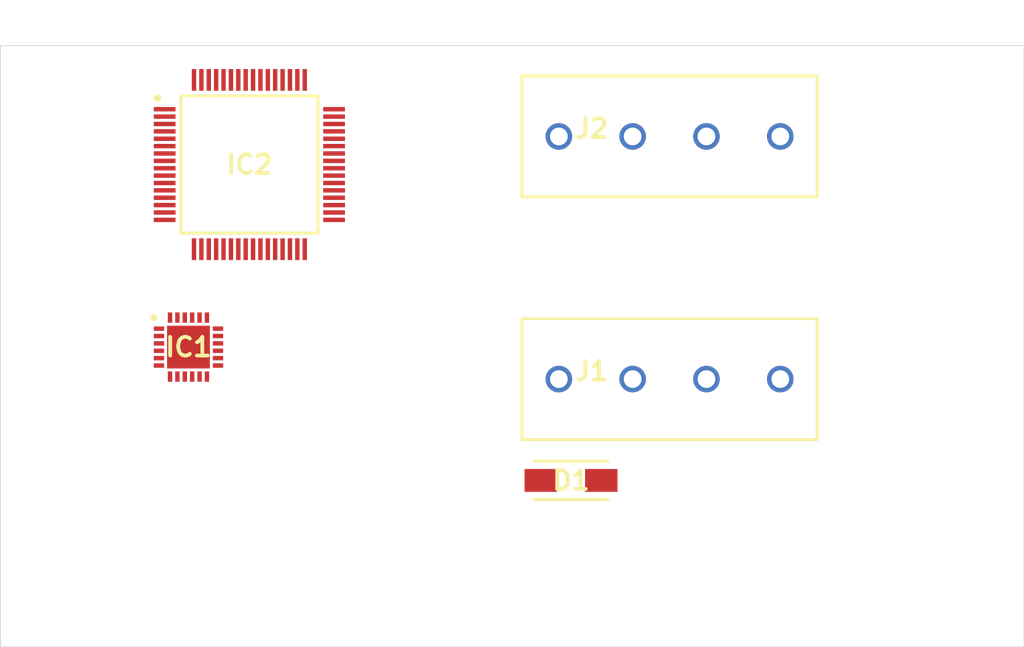
<source format=kicad_pcb>
(kicad_pcb (version 20240108) (generator "pcbnew") (generator_version "8.0")
  (layers (0 "F.Cu" signal) (31 "B.Cu" signal) (34 "B.Paste" user) (35 "F.Paste" user) (36 "B.SilkS" user "B.Silkscreen") (37 "F.SilkS" user "F.Silkscreen") (38 "B.Mask" user) (39 "F.Mask" user) (44 "Edge.Cuts" user))
  (net 0 "")
  (footprint "footprints:3-282836-2" (layer "F.Cu") (at 117.721 33.097)
    (property "Reference" "J2" (at -13.27033 8.46667 0) (layer "F.SilkS") (effects (font (size 1.27 1.27) (thickness 0.254))))
    (property "Value" "Sensor-Klemme" (hide yes))
    (fp_line (start -18 4.9) (end 2 4.9) (stroke (width 0.2)) (layer "F.SilkS"))
    (fp_line (start -18 13.1) (end -18 4.9) (stroke (width 0.2)) (layer "F.SilkS"))
    (fp_line (start 2 4.9) (end 2 13.1) (stroke (width 0.2)) (layer "F.SilkS"))
    (fp_line (start 2 13.1) (end -18 13.1) (stroke (width 0.2)) (layer "F.SilkS"))
    (pad "1" thru_hole circle (at -15.5 9) (size 1.8 1.8) (drill 1.2) (layers "*.Cu" "*.Mask"))
    (pad "2" thru_hole circle (at -10.5 9) (size 1.8 1.8) (drill 1.2) (layers "*.Cu" "*.Mask"))
    (pad "3" thru_hole circle (at -5.5 9) (size 1.8 1.8) (drill 1.2) (layers "*.Cu" "*.Mask"))
    (pad "4" thru_hole circle (at -0.5 9) (size 1.8 1.8) (drill 1.2) (layers "*.Cu" "*.Mask"))
  )
  (footprint "footprints:QFN50P400X400X100-25N-D" (layer "F.Cu") (at 77.132 56.377)
    (property "Reference" "IC1" (at 0 0 0) (layer "F.SilkS") (effects (font (size 1.27 1.27) (thickness 0.254))))
    (property "Value" "STKNXTR" (hide yes))
    (fp_circle (center -2.35 -2) (end -2.35 -1.875) (stroke (width 0.25)) (fill none) (layer "F.SilkS"))
    (pad "1" smd rect (at -2 -1.25 90) (size 0.3 0.7) (layers "F.Cu" "F.Paste" "F.Mask"))
    (pad "2" smd rect (at -2 -0.75 90) (size 0.3 0.7) (layers "F.Cu" "F.Paste" "F.Mask"))
    (pad "3" smd rect (at -2 -0.25 90) (size 0.3 0.7) (layers "F.Cu" "F.Paste" "F.Mask"))
    (pad "4" smd rect (at -2 0.25 90) (size 0.3 0.7) (layers "F.Cu" "F.Paste" "F.Mask"))
    (pad "5" smd rect (at -2 0.75 90) (size 0.3 0.7) (layers "F.Cu" "F.Paste" "F.Mask"))
    (pad "6" smd rect (at -2 1.25 90) (size 0.3 0.7) (layers "F.Cu" "F.Paste" "F.Mask"))
    (pad "7" smd rect (at -1.25 2) (size 0.3 0.7) (layers "F.Cu" "F.Paste" "F.Mask"))
    (pad "8" smd rect (at -0.75 2) (size 0.3 0.7) (layers "F.Cu" "F.Paste" "F.Mask"))
    (pad "9" smd rect (at -0.25 2) (size 0.3 0.7) (layers "F.Cu" "F.Paste" "F.Mask"))
    (pad "10" smd rect (at 0.25 2) (size 0.3 0.7) (layers "F.Cu" "F.Paste" "F.Mask"))
    (pad "11" smd rect (at 0.75 2) (size 0.3 0.7) (layers "F.Cu" "F.Paste" "F.Mask"))
    (pad "12" smd rect (at 1.25 2) (size 0.3 0.7) (layers "F.Cu" "F.Paste" "F.Mask"))
    (pad "13" smd rect (at 2 1.25 90) (size 0.3 0.7) (layers "F.Cu" "F.Paste" "F.Mask"))
    (pad "14" smd rect (at 2 0.75 90) (size 0.3 0.7) (layers "F.Cu" "F.Paste" "F.Mask"))
    (pad "15" smd rect (at 2 0.25 90) (size 0.3 0.7) (layers "F.Cu" "F.Paste" "F.Mask"))
    (pad "16" smd rect (at 2 -0.25 90) (size 0.3 0.7) (layers "F.Cu" "F.Paste" "F.Mask"))
    (pad "17" smd rect (at 2 -0.75 90) (size 0.3 0.7) (layers "F.Cu" "F.Paste" "F.Mask"))
    (pad "18" smd rect (at 2 -1.25 90) (size 0.3 0.7) (layers "F.Cu" "F.Paste" "F.Mask"))
    (pad "19" smd rect (at 1.25 -2) (size 0.3 0.7) (layers "F.Cu" "F.Paste" "F.Mask"))
    (pad "20" smd rect (at 0.75 -2) (size 0.3 0.7) (layers "F.Cu" "F.Paste" "F.Mask"))
    (pad "21" smd rect (at 0.25 -2) (size 0.3 0.7) (layers "F.Cu" "F.Paste" "F.Mask"))
    (pad "22" smd rect (at -0.25 -2) (size 0.3 0.7) (layers "F.Cu" "F.Paste" "F.Mask"))
    (pad "23" smd rect (at -0.75 -2) (size 0.3 0.7) (layers "F.Cu" "F.Paste" "F.Mask"))
    (pad "24" smd rect (at -1.25 -2) (size 0.3 0.7) (layers "F.Cu" "F.Paste" "F.Mask"))
    (pad "25" smd rect (at 0 0) (size 2.9 2.9) (layers "F.Cu" "F.Paste" "F.Mask"))
  )
  (footprint "footprints:3-282836-2" (layer "F.Cu") (at 117.721 49.547)
    (property "Reference" "J1" (at -13.27033 8.46667 0) (layer "F.SilkS") (effects (font (size 1.27 1.27) (thickness 0.254))))
    (property "Value" "KNX-Klemme" (hide yes))
    (fp_line (start -18 4.9) (end 2 4.9) (stroke (width 0.2)) (layer "F.SilkS"))
    (fp_line (start -18 13.1) (end -18 4.9) (stroke (width 0.2)) (layer "F.SilkS"))
    (fp_line (start 2 4.9) (end 2 13.1) (stroke (width 0.2)) (layer "F.SilkS"))
    (fp_line (start 2 13.1) (end -18 13.1) (stroke (width 0.2)) (layer "F.SilkS"))
    (pad "1" thru_hole circle (at -15.5 9) (size 1.8 1.8) (drill 1.2) (layers "*.Cu" "*.Mask"))
    (pad "2" thru_hole circle (at -10.5 9) (size 1.8 1.8) (drill 1.2) (layers "*.Cu" "*.Mask"))
    (pad "3" thru_hole circle (at -5.5 9) (size 1.8 1.8) (drill 1.2) (layers "*.Cu" "*.Mask"))
    (pad "4" thru_hole circle (at -0.5 9) (size 1.8 1.8) (drill 1.2) (layers "*.Cu" "*.Mask"))
  )
  (footprint "footprints:QFP50P1200X1200X120-64N" (layer "F.Cu") (at 81.257 44.002)
    (property "Reference" "IC2" (at 0 0 0) (layer "F.SilkS") (effects (font (size 1.27 1.27) (thickness 0.254))))
    (property "Value" "PIC32MX330F064H-I_PT" (hide yes))
    (fp_line (start -4.65 -4.65) (end 4.65 -4.65) (stroke (width 0.2)) (layer "F.SilkS"))
    (fp_line (start -4.65 4.65) (end -4.65 -4.65) (stroke (width 0.2)) (layer "F.SilkS"))
    (fp_line (start 4.65 -4.65) (end 4.65 4.65) (stroke (width 0.2)) (layer "F.SilkS"))
    (fp_line (start 4.65 4.65) (end -4.65 4.65) (stroke (width 0.2)) (layer "F.SilkS"))
    (fp_circle (center -6.225 -4.5) (end -6.225 -4.375) (stroke (width 0.25)) (fill none) (layer "F.SilkS"))
    (pad "1" smd rect (at -5.738 -3.75 90) (size 0.3 1.475) (layers "F.Cu" "F.Paste" "F.Mask"))
    (pad "2" smd rect (at -5.738 -3.25 90) (size 0.3 1.475) (layers "F.Cu" "F.Paste" "F.Mask"))
    (pad "3" smd rect (at -5.738 -2.75 90) (size 0.3 1.475) (layers "F.Cu" "F.Paste" "F.Mask"))
    (pad "4" smd rect (at -5.738 -2.25 90) (size 0.3 1.475) (layers "F.Cu" "F.Paste" "F.Mask"))
    (pad "5" smd rect (at -5.738 -1.75 90) (size 0.3 1.475) (layers "F.Cu" "F.Paste" "F.Mask"))
    (pad "6" smd rect (at -5.738 -1.25 90) (size 0.3 1.475) (layers "F.Cu" "F.Paste" "F.Mask"))
    (pad "7" smd rect (at -5.738 -0.75 90) (size 0.3 1.475) (layers "F.Cu" "F.Paste" "F.Mask"))
    (pad "8" smd rect (at -5.738 -0.25 90) (size 0.3 1.475) (layers "F.Cu" "F.Paste" "F.Mask"))
    (pad "9" smd rect (at -5.738 0.25 90) (size 0.3 1.475) (layers "F.Cu" "F.Paste" "F.Mask"))
    (pad "10" smd rect (at -5.738 0.75 90) (size 0.3 1.475) (layers "F.Cu" "F.Paste" "F.Mask"))
    (pad "11" smd rect (at -5.738 1.25 90) (size 0.3 1.475) (layers "F.Cu" "F.Paste" "F.Mask"))
    (pad "12" smd rect (at -5.738 1.75 90) (size 0.3 1.475) (layers "F.Cu" "F.Paste" "F.Mask"))
    (pad "13" smd rect (at -5.738 2.25 90) (size 0.3 1.475) (layers "F.Cu" "F.Paste" "F.Mask"))
    (pad "14" smd rect (at -5.738 2.75 90) (size 0.3 1.475) (layers "F.Cu" "F.Paste" "F.Mask"))
    (pad "15" smd rect (at -5.738 3.25 90) (size 0.3 1.475) (layers "F.Cu" "F.Paste" "F.Mask"))
    (pad "16" smd rect (at -5.738 3.75 90) (size 0.3 1.475) (layers "F.Cu" "F.Paste" "F.Mask"))
    (pad "17" smd rect (at -3.75 5.738) (size 0.3 1.475) (layers "F.Cu" "F.Paste" "F.Mask"))
    (pad "18" smd rect (at -3.25 5.738) (size 0.3 1.475) (layers "F.Cu" "F.Paste" "F.Mask"))
    (pad "19" smd rect (at -2.75 5.738) (size 0.3 1.475) (layers "F.Cu" "F.Paste" "F.Mask"))
    (pad "20" smd rect (at -2.25 5.738) (size 0.3 1.475) (layers "F.Cu" "F.Paste" "F.Mask"))
    (pad "21" smd rect (at -1.75 5.738) (size 0.3 1.475) (layers "F.Cu" "F.Paste" "F.Mask"))
    (pad "22" smd rect (at -1.25 5.738) (size 0.3 1.475) (layers "F.Cu" "F.Paste" "F.Mask"))
    (pad "23" smd rect (at -0.75 5.738) (size 0.3 1.475) (layers "F.Cu" "F.Paste" "F.Mask"))
    (pad "24" smd rect (at -0.25 5.738) (size 0.3 1.475) (layers "F.Cu" "F.Paste" "F.Mask"))
    (pad "25" smd rect (at 0.25 5.738) (size 0.3 1.475) (layers "F.Cu" "F.Paste" "F.Mask"))
    (pad "26" smd rect (at 0.75 5.738) (size 0.3 1.475) (layers "F.Cu" "F.Paste" "F.Mask"))
    (pad "27" smd rect (at 1.25 5.738) (size 0.3 1.475) (layers "F.Cu" "F.Paste" "F.Mask"))
    (pad "28" smd rect (at 1.75 5.738) (size 0.3 1.475) (layers "F.Cu" "F.Paste" "F.Mask"))
    (pad "29" smd rect (at 2.25 5.738) (size 0.3 1.475) (layers "F.Cu" "F.Paste" "F.Mask"))
    (pad "30" smd rect (at 2.75 5.738) (size 0.3 1.475) (layers "F.Cu" "F.Paste" "F.Mask"))
    (pad "31" smd rect (at 3.25 5.738) (size 0.3 1.475) (layers "F.Cu" "F.Paste" "F.Mask"))
    (pad "32" smd rect (at 3.75 5.738) (size 0.3 1.475) (layers "F.Cu" "F.Paste" "F.Mask"))
    (pad "33" smd rect (at 5.738 3.75 90) (size 0.3 1.475) (layers "F.Cu" "F.Paste" "F.Mask"))
    (pad "34" smd rect (at 5.738 3.25 90) (size 0.3 1.475) (layers "F.Cu" "F.Paste" "F.Mask"))
    (pad "35" smd rect (at 5.738 2.75 90) (size 0.3 1.475) (layers "F.Cu" "F.Paste" "F.Mask"))
    (pad "36" smd rect (at 5.738 2.25 90) (size 0.3 1.475) (layers "F.Cu" "F.Paste" "F.Mask"))
    (pad "37" smd rect (at 5.738 1.75 90) (size 0.3 1.475) (layers "F.Cu" "F.Paste" "F.Mask"))
    (pad "38" smd rect (at 5.738 1.25 90) (size 0.3 1.475) (layers "F.Cu" "F.Paste" "F.Mask"))
    (pad "39" smd rect (at 5.738 0.75 90) (size 0.3 1.475) (layers "F.Cu" "F.Paste" "F.Mask"))
    (pad "40" smd rect (at 5.738 0.25 90) (size 0.3 1.475) (layers "F.Cu" "F.Paste" "F.Mask"))
    (pad "41" smd rect (at 5.738 -0.25 90) (size 0.3 1.475) (layers "F.Cu" "F.Paste" "F.Mask"))
    (pad "42" smd rect (at 5.738 -0.75 90) (size 0.3 1.475) (layers "F.Cu" "F.Paste" "F.Mask"))
    (pad "43" smd rect (at 5.738 -1.25 90) (size 0.3 1.475) (layers "F.Cu" "F.Paste" "F.Mask"))
    (pad "44" smd rect (at 5.738 -1.75 90) (size 0.3 1.475) (layers "F.Cu" "F.Paste" "F.Mask"))
    (pad "45" smd rect (at 5.738 -2.25 90) (size 0.3 1.475) (layers "F.Cu" "F.Paste" "F.Mask"))
    (pad "46" smd rect (at 5.738 -2.75 90) (size 0.3 1.475) (layers "F.Cu" "F.Paste" "F.Mask"))
    (pad "47" smd rect (at 5.738 -3.25 90) (size 0.3 1.475) (layers "F.Cu" "F.Paste" "F.Mask"))
    (pad "48" smd rect (at 5.738 -3.75 90) (size 0.3 1.475) (layers "F.Cu" "F.Paste" "F.Mask"))
    (pad "49" smd rect (at 3.75 -5.738) (size 0.3 1.475) (layers "F.Cu" "F.Paste" "F.Mask"))
    (pad "50" smd rect (at 3.25 -5.738) (size 0.3 1.475) (layers "F.Cu" "F.Paste" "F.Mask"))
    (pad "51" smd rect (at 2.75 -5.738) (size 0.3 1.475) (layers "F.Cu" "F.Paste" "F.Mask"))
    (pad "52" smd rect (at 2.25 -5.738) (size 0.3 1.475) (layers "F.Cu" "F.Paste" "F.Mask"))
    (pad "53" smd rect (at 1.75 -5.738) (size 0.3 1.475) (layers "F.Cu" "F.Paste" "F.Mask"))
    (pad "54" smd rect (at 1.25 -5.738) (size 0.3 1.475) (layers "F.Cu" "F.Paste" "F.Mask"))
    (pad "55" smd rect (at 0.75 -5.738) (size 0.3 1.475) (layers "F.Cu" "F.Paste" "F.Mask"))
    (pad "56" smd rect (at 0.25 -5.738) (size 0.3 1.475) (layers "F.Cu" "F.Paste" "F.Mask"))
    (pad "57" smd rect (at -0.25 -5.738) (size 0.3 1.475) (layers "F.Cu" "F.Paste" "F.Mask"))
    (pad "58" smd rect (at -0.75 -5.738) (size 0.3 1.475) (layers "F.Cu" "F.Paste" "F.Mask"))
    (pad "59" smd rect (at -1.25 -5.738) (size 0.3 1.475) (layers "F.Cu" "F.Paste" "F.Mask"))
    (pad "60" smd rect (at -1.75 -5.738) (size 0.3 1.475) (layers "F.Cu" "F.Paste" "F.Mask"))
    (pad "61" smd rect (at -2.25 -5.738) (size 0.3 1.475) (layers "F.Cu" "F.Paste" "F.Mask"))
    (pad "62" smd rect (at -2.75 -5.738) (size 0.3 1.475) (layers "F.Cu" "F.Paste" "F.Mask"))
    (pad "63" smd rect (at -3.25 -5.738) (size 0.3 1.475) (layers "F.Cu" "F.Paste" "F.Mask"))
    (pad "64" smd rect (at -3.75 -5.738) (size 0.3 1.475) (layers "F.Cu" "F.Paste" "F.Mask"))
  )
  (footprint "footprints:DIONM5026X229N" (layer "F.Cu") (at 103.046 65.417)
    (property "Reference" "D1" (at 0 0 0) (layer "F.SilkS") (effects (font (size 1.27 1.27) (thickness 0.254))))
    (property "Value" "SMAJ40CA" (hide yes))
    (fp_line (start -2.52 1.298) (end 2.52 1.298) (stroke (width 0.2)) (layer "F.SilkS"))
    (fp_line (start 2.52 -1.298) (end -2.52 -1.298) (stroke (width 0.2)) (layer "F.SilkS"))
    (pad "1" smd rect (at -2.05 0 90) (size 1.55 2.2) (layers "F.Cu" "F.Paste" "F.Mask"))
    (pad "2" smd rect (at 2.05 0 90) (size 1.55 2.2) (layers "F.Cu" "F.Paste" "F.Mask"))
  )
  (gr_rect (start 64.389 35.941) (end 133.731 76.708) (stroke (width 0.05)) (fill none) (layer "Edge.Cuts"))
)
</source>
